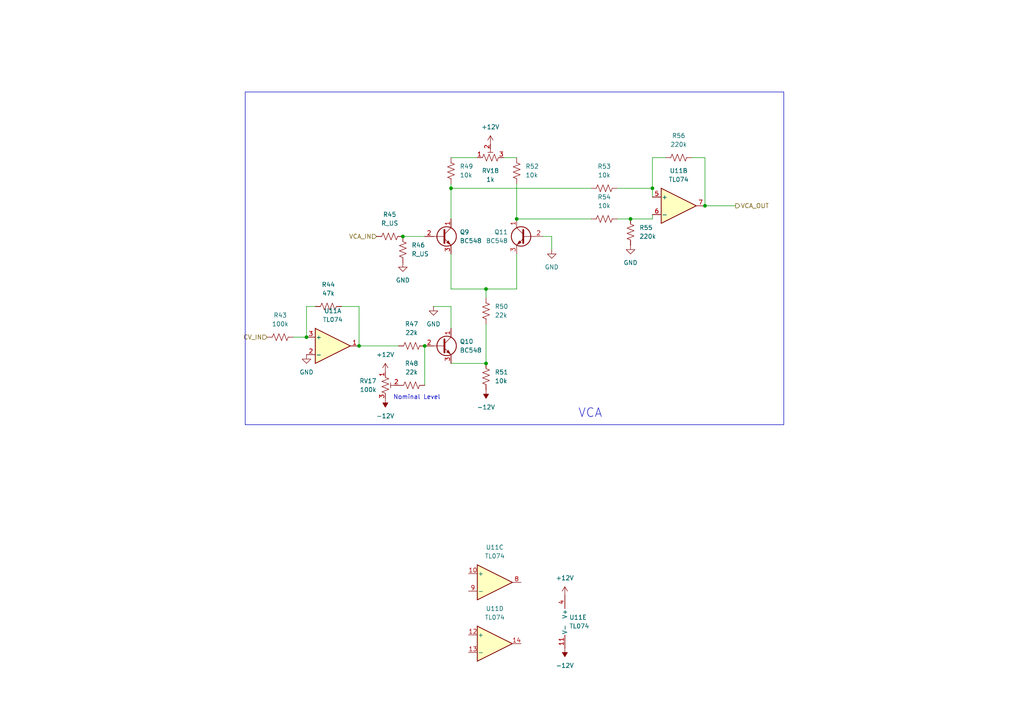
<source format=kicad_sch>
(kicad_sch (version 20250114) (generator "eeschema") (generator_version "9.0")
  (paper "A4")
  (lib_symbols
    (symbol "Amplifier_Operational:TL074" (pin_names (offset 0.127))
      (property "Reference" "U" (at 0 5.08 0))
      (property "Value" "TL074" (at 0 -5.08 0))
      (symbol "TL074_1_1"
        (polyline (pts (xy -5.08 5.08) (xy 5.08 0) (xy -5.08 -5.08) (xy -5.08 5.08)) (stroke (width 0.254)) (fill (type background)))
        (pin input line (at -7.62 2.54 0) (length 2.54) (name "+") (number "3"))
        (pin input line (at -7.62 -2.54 0) (length 2.54) (name "-") (number "2"))
        (pin output line (at 7.62 0 180) (length 2.54) (name "~") (number "1"))
      )
      (symbol "TL074_2_1"
        (polyline (pts (xy -5.08 5.08) (xy 5.08 0) (xy -5.08 -5.08) (xy -5.08 5.08)) (stroke (width 0.254)) (fill (type background)))
        (pin input line (at -7.62 2.54 0) (length 2.54) (name "+") (number "5"))
        (pin input line (at -7.62 -2.54 0) (length 2.54) (name "-") (number "6"))
        (pin output line (at 7.62 0 180) (length 2.54) (name "~") (number "7"))
      )
      (symbol "TL074_3_1"
        (polyline (pts (xy -5.08 5.08) (xy 5.08 0) (xy -5.08 -5.08) (xy -5.08 5.08)) (stroke (width 0.254)) (fill (type background)))
        (pin input line (at -7.62 2.54 0) (length 2.54) (name "+") (number "10"))
        (pin input line (at -7.62 -2.54 0) (length 2.54) (name "-") (number "9"))
        (pin output line (at 7.62 0 180) (length 2.54) (name "~") (number "8"))
      )
      (symbol "TL074_4_1"
        (polyline (pts (xy -5.08 5.08) (xy 5.08 0) (xy -5.08 -5.08) (xy -5.08 5.08)) (stroke (width 0.254)) (fill (type background)))
        (pin input line (at -7.62 2.54 0) (length 2.54) (name "+") (number "12"))
        (pin input line (at -7.62 -2.54 0) (length 2.54) (name "-") (number "13"))
        (pin output line (at 7.62 0 180) (length 2.54) (name "~") (number "14"))
      )
      (symbol "TL074_5_1"
        (pin power_in line (at -2.54 7.62 270) (length 3.81) (name "V+") (number "4"))
        (pin power_in line (at -2.54 -7.62 90) (length 3.81) (name "V-") (number "11"))
      )
    )
    (symbol "Device:R_Potentiometer_Trim_US" (pin_names (offset 1.016) (hide yes))
      (property "Reference" "RV" (at -4.445 0 90))
      (property "Value" "R_Potentiometer_Trim_US" (at -2.54 0 90))
      (symbol "R_Potentiometer_Trim_US_0_1"
        (polyline (pts (xy 0 2.286) (xy 0 2.54)))
        (polyline (pts (xy 0 2.286) (xy 1.016 1.905) (xy 0 1.524) (xy -1.016 1.143) (xy 0 0.762)))
        (polyline (pts (xy 0 0.762) (xy 1.016 0.381) (xy 0 0) (xy -1.016 -0.381) (xy 0 -0.762)))
        (polyline (pts (xy 0 -0.762) (xy 1.016 -1.143) (xy 0 -1.524) (xy -1.016 -1.905) (xy 0 -2.286)))
        (polyline (pts (xy 0 -2.286) (xy 0 -2.54)))
        (polyline (pts (xy 1.524 0.762) (xy 1.524 -0.762)))
        (polyline (pts (xy 2.54 0) (xy 1.524 0)))
      )
      (symbol "R_Potentiometer_Trim_US_1_1"
        (pin passive line (at 0 3.81 270) (length 1.27) (name "1") (number "1"))
        (pin passive line (at 0 -3.81 90) (length 1.27) (name "3") (number "3"))
        (pin passive line (at 3.81 0 180) (length 1.27) (name "2") (number "2"))
      )
    )
    (symbol "Device:R_US" (pin_numbers (hide yes)) (pin_names (offset 0))
      (property "Reference" "R" (at 2.54 0 90))
      (property "Value" "R_US" (at -2.54 0 90))
      (symbol "R_US_0_1"
        (polyline (pts (xy 0 2.286) (xy 0 2.54)))
        (polyline (pts (xy 0 2.286) (xy 1.016 1.905) (xy 0 1.524) (xy -1.016 1.143) (xy 0 0.762)))
        (polyline (pts (xy 0 0.762) (xy 1.016 0.381) (xy 0 0) (xy -1.016 -0.381) (xy 0 -0.762)))
        (polyline (pts (xy 0 -0.762) (xy 1.016 -1.143) (xy 0 -1.524) (xy -1.016 -1.905) (xy 0 -2.286)))
        (polyline (pts (xy 0 -2.286) (xy 0 -2.54)))
      )
      (symbol "R_US_1_1"
        (pin passive line (at 0 3.81 270) (length 1.27) (name "~") (number "1"))
        (pin passive line (at 0 -3.81 90) (length 1.27) (name "~") (number "2"))
      )
    )
    (symbol "Transistor_BJT:BC548" (pin_names (offset 0) (hide yes))
      (property "Reference" "Q" (at 5.08 1.905 0))
      (property "Value" "BC548" (at 5.08 0 0))
      (symbol "BC548_0_1"
        (polyline (pts (xy -2.54 0) (xy 0.635 0)))
        (polyline (pts (xy 0.635 1.905) (xy 0.635 -1.905)) (stroke (width 0.508)))
        (circle (center 1.27 0) (radius 2.8194) (stroke (width 0.254)))
      )
      (symbol "BC548_1_1"
        (polyline (pts (xy 0.635 0.635) (xy 2.54 2.54)))
        (polyline (pts (xy 0.635 -0.635) (xy 2.54 -2.54)))
        (polyline (pts (xy 1.27 -1.778) (xy 1.778 -1.27) (xy 2.286 -2.286) (xy 1.27 -1.778)) (fill (type outline)))
        (pin input line (at -5.08 0 0) (length 2.54) (name "B") (number "2"))
        (pin passive line (at 2.54 5.08 270) (length 2.54) (name "C") (number "1"))
        (pin passive line (at 2.54 -5.08 90) (length 2.54) (name "E") (number "3"))
      )
    )
    (symbol "power:+12V" (power) (pin_numbers (hide yes)) (pin_names (offset 0) (hide yes))
      (property "Value" "+12V" (at 0 3.556 0))
      (symbol "+12V_0_1"
        (polyline (pts (xy -0.762 1.27) (xy 0 2.54)))
        (polyline (pts (xy 0 2.54) (xy 0.762 1.27)))
        (polyline (pts (xy 0 0) (xy 0 2.54)))
      )
      (symbol "+12V_1_1"
        (pin power_in line (at 0 0 90) (length 0) (name "~") (number "1"))
      )
    )
    (symbol "power:-12V" (power) (pin_numbers (hide yes)) (pin_names (offset 0) (hide yes))
      (property "Value" "-12V" (at 0 3.556 0))
      (symbol "-12V_0_0"
        (pin power_in line (at 0 0 90) (length 0) (name "~") (number "1"))
      )
      (symbol "-12V_0_1"
        (polyline (pts (xy 0 0) (xy 0 1.27) (xy 0.762 1.27) (xy 0 2.54) (xy -0.762 1.27) (xy 0 1.27)) (fill (type outline)))
      )
    )
    (symbol "power:GND" (power) (pin_numbers (hide yes)) (pin_names (offset 0) (hide yes))
      (property "Value" "GND" (at 0 -3.81 0))
      (symbol "GND_0_1"
        (polyline (pts (xy 0 0) (xy 0 -1.27) (xy 1.27 -1.27) (xy 0 -2.54) (xy -1.27 -1.27) (xy 0 -1.27)))
      )
      (symbol "GND_1_1"
        (pin power_in line (at 0 0 270) (length 0) (name "~") (number "1"))
      )
    )
  )
  (rectangle (start 71.12 26.67) (end 227.33 123.19))
  (text "Nominal Level" (at 120.904 115.316 0) (effects (font (size 1.27 1.27))))
  (text "VCA" (at 171.196 119.888 0) (effects (font (size 2.54 2.54))))
  (junction (at 140.97 83.82))
  (junction (at 182.88 63.5))
  (junction (at 88.9 97.79))
  (junction (at 123.19 100.33))
  (junction (at 140.97 105.41))
  (junction (at 116.84 68.58))
  (junction (at 104.14 100.33))
  (junction (at 189.23 54.61))
  (junction (at 149.86 63.5))
  (junction (at 204.47 59.69))
  (junction (at 130.81 54.61))
  (wire (pts (xy 130.81 53.34) (xy 130.81 54.61)))
  (wire (pts (xy 130.81 54.61) (xy 171.45 54.61)))
  (wire (pts (xy 140.97 105.41) (xy 140.97 93.98)))
  (wire (pts (xy 171.45 63.5) (xy 149.86 63.5)))
  (wire (pts (xy 130.81 83.82) (xy 140.97 83.82)))
  (wire (pts (xy 149.86 73.66) (xy 149.86 83.82)))
  (wire (pts (xy 104.14 88.9) (xy 99.06 88.9)))
  (wire (pts (xy 125.73 88.9) (xy 130.81 88.9)))
  (wire (pts (xy 146.05 45.72) (xy 149.86 45.72)))
  (wire (pts (xy 104.14 100.33) (xy 115.57 100.33)))
  (wire (pts (xy 91.44 88.9) (xy 88.9 88.9)))
  (wire (pts (xy 182.88 63.5) (xy 189.23 63.5)))
  (wire (pts (xy 130.81 83.82) (xy 130.81 73.66)))
  (wire (pts (xy 160.02 68.58) (xy 157.48 68.58)))
  (wire (pts (xy 200.66 45.72) (xy 204.47 45.72)))
  (wire (pts (xy 85.09 97.79) (xy 88.9 97.79)))
  (wire (pts (xy 204.47 59.69) (xy 213.36 59.69)))
  (wire (pts (xy 88.9 88.9) (xy 88.9 97.79)))
  (wire (pts (xy 116.84 68.58) (xy 123.19 68.58)))
  (wire (pts (xy 193.04 45.72) (xy 189.23 45.72)))
  (wire (pts (xy 189.23 45.72) (xy 189.23 54.61)))
  (wire (pts (xy 204.47 45.72) (xy 204.47 59.69)))
  (wire (pts (xy 189.23 54.61) (xy 189.23 57.15)))
  (wire (pts (xy 149.86 53.34) (xy 149.86 63.5)))
  (wire (pts (xy 138.43 45.72) (xy 130.81 45.72)))
  (wire (pts (xy 179.07 63.5) (xy 182.88 63.5)))
  (wire (pts (xy 140.97 86.36) (xy 140.97 83.82)))
  (wire (pts (xy 179.07 54.61) (xy 189.23 54.61)))
  (wire (pts (xy 123.19 100.33) (xy 123.19 111.76)))
  (wire (pts (xy 130.81 105.41) (xy 140.97 105.41)))
  (wire (pts (xy 189.23 63.5) (xy 189.23 62.23)))
  (wire (pts (xy 160.02 72.39) (xy 160.02 68.58)))
  (wire (pts (xy 140.97 83.82) (xy 149.86 83.82)))
  (wire (pts (xy 104.14 100.33) (xy 104.14 88.9)))
  (wire (pts (xy 130.81 88.9) (xy 130.81 95.25)))
  (wire (pts (xy 130.81 54.61) (xy 130.81 63.5)))
  (hierarchical_label "VCA_OUT" (shape output) (at 213.36 59.69 0))
  (hierarchical_label "CV_IN" (shape input) (at 77.47 97.79 180))
  (hierarchical_label "VCA_IN" (shape input) (at 109.22 68.58 180))
  (symbol (lib_id "Device:R_US") (at 140.97 109.22 180) (unit 1)
    (property "Reference" "R51" (at 143.51 107.9499 0) (effects (justify right)))
    (property "Value" "10k" (at 143.51 110.4899 0) (effects (justify right)))
    (property "Footprint" "Resistor_THT:R_Axial_DIN0207_L6.3mm_D2.5mm_P10.16mm_Horizontal" (effects (hide yes)))
    (property "Description" "Resistor, US symbol" (effects (hide yes)))
  )
  (symbol (lib_id "Device:R_US") (at 182.88 67.31 0) (unit 1)
    (property "Reference" "R55" (at 185.42 66.0399 0) (effects (justify left)))
    (property "Value" "220k" (at 185.42 68.5799 0) (effects (justify left)))
    (property "Footprint" "Resistor_THT:R_Axial_DIN0207_L6.3mm_D2.5mm_P10.16mm_Horizontal" (effects (hide yes)))
    (property "Description" "Resistor, US symbol" (effects (hide yes)))
  )
  (symbol (lib_id "Device:R_US") (at 119.38 100.33 90) (unit 1)
    (property "Reference" "R47" (at 119.38 93.98 90))
    (property "Value" "22k" (at 119.38 96.52 90))
    (property "Footprint" "Resistor_THT:R_Axial_DIN0207_L6.3mm_D2.5mm_P10.16mm_Horizontal" (effects (hide yes)))
    (property "Description" "Resistor, US symbol" (effects (hide yes)))
  )
  (symbol (lib_id "Device:R_US") (at 140.97 90.17 180) (unit 1)
    (property "Reference" "R50" (at 143.51 88.8999 0) (effects (justify right)))
    (property "Value" "22k" (at 143.51 91.4399 0) (effects (justify right)))
    (property "Footprint" "Resistor_THT:R_Axial_DIN0207_L6.3mm_D2.5mm_P10.16mm_Horizontal" (effects (hide yes)))
    (property "Description" "Resistor, US symbol" (effects (hide yes)))
  )
  (symbol (lib_id "power:GND") (at 160.02 72.39 0) (unit 1)
    (property "Reference" "#PWR072" (effects (hide yes)))
    (property "Value" "GND" (at 160.02 77.47 0))
    (property "Description" "Power symbol creates a global label with name \"GND\" , ground" (effects (hide yes)))
  )
  (symbol (lib_id "Transistor_BJT:BC548") (at 128.27 68.58 0) (unit 1)
    (property "Reference" "Q9" (at 133.35 67.3099 0) (effects (justify left)))
    (property "Value" "BC548" (at 133.35 69.8499 0) (effects (justify left)))
    (property "Footprint" "Package_TO_SOT_THT:TO-92_Inline" (effects (hide yes)))
    (property "Datasheet" "https://www.onsemi.com/pub/Collateral/BC550-D.pdf" (effects (hide yes)))
    (property "Description" "0.1A Ic, 30V Vce, Small Signal NPN Transistor, TO-92" (effects (hide yes)))
  )
  (symbol (lib_id "Device:R_US") (at 175.26 63.5 270) (unit 1)
    (property "Reference" "R54" (at 175.26 57.15 90))
    (property "Value" "10k" (at 175.26 59.69 90))
    (property "Footprint" "Resistor_THT:R_Axial_DIN0207_L6.3mm_D2.5mm_P10.16mm_Horizontal" (effects (hide yes)))
    (property "Description" "Resistor, US symbol" (effects (hide yes)))
  )
  (symbol (lib_id "Transistor_BJT:BC548") (at 152.4 68.58 0) (mirror y) (unit 1)
    (property "Reference" "Q11" (at 147.32 67.3099 0) (effects (justify left)))
    (property "Value" "BC548" (at 147.32 69.8499 0) (effects (justify left)))
    (property "Footprint" "Package_TO_SOT_THT:TO-92_Inline" (effects (hide yes)))
    (property "Datasheet" "https://www.onsemi.com/pub/Collateral/BC550-D.pdf" (effects (hide yes)))
    (property "Description" "0.1A Ic, 30V Vce, Small Signal NPN Transistor, TO-92" (effects (hide yes)))
  )
  (symbol (lib_id "power:-12V") (at 163.83 187.96 180) (unit 1)
    (property "Reference" "#PWR075" (effects (hide yes)))
    (property "Value" "-12V" (at 163.83 193.04 0))
    (property "Description" "Power symbol creates a global label with name \"-12V\"" (effects (hide yes)))
  )
  (symbol (lib_id "power:GND") (at 88.9 102.87 0) (unit 1)
    (property "Reference" "#PWR065" (effects (hide yes)))
    (property "Value" "GND" (at 88.9 107.95 0))
    (property "Description" "Power symbol creates a global label with name \"GND\" , ground" (effects (hide yes)))
  )
  (symbol (lib_id "Device:R_US") (at 149.86 49.53 180) (unit 1)
    (property "Reference" "R52" (at 152.4 48.2599 0) (effects (justify right)))
    (property "Value" "10k" (at 152.4 50.7999 0) (effects (justify right)))
    (property "Footprint" "Resistor_THT:R_Axial_DIN0207_L6.3mm_D2.5mm_P10.16mm_Horizontal" (effects (hide yes)))
    (property "Description" "Resistor, US symbol" (effects (hide yes)))
  )
  (symbol (lib_id "Device:R_US") (at 196.85 45.72 90) (unit 1)
    (property "Reference" "R56" (at 196.85 39.37 90))
    (property "Value" "220k" (at 196.85 41.91 90))
    (property "Footprint" "Resistor_THT:R_Axial_DIN0207_L6.3mm_D2.5mm_P10.16mm_Horizontal" (effects (hide yes)))
    (property "Description" "Resistor, US symbol" (effects (hide yes)))
  )
  (symbol (lib_id "Amplifier_Operational:TL074") (at 96.52 100.33 0) (unit 1)
    (property "Reference" "U11" (at 96.52 90.17 0))
    (property "Value" "TL074" (at 96.52 92.71 0))
    (property "Datasheet" "http://www.ti.com/lit/ds/symlink/tl071.pdf" (effects (hide yes)))
    (property "Description" "Quad Low-Noise JFET-Input Operational Amplifiers, DIP-14/SOIC-14" (effects (hide yes)))
  )
  (symbol (lib_id "power:GND") (at 116.84 76.2 0) (unit 1)
    (property "Reference" "#PWR068" (effects (hide yes)))
    (property "Value" "GND" (at 116.84 81.28 0))
    (property "Description" "Power symbol creates a global label with name \"GND\" , ground" (effects (hide yes)))
  )
  (symbol (lib_id "Amplifier_Operational:TL074") (at 143.51 186.69 0) (unit 4)
    (property "Reference" "U11" (at 143.51 176.53 0))
    (property "Value" "TL074" (at 143.51 179.07 0))
    (property "Datasheet" "http://www.ti.com/lit/ds/symlink/tl071.pdf" (effects (hide yes)))
    (property "Description" "Quad Low-Noise JFET-Input Operational Amplifiers, DIP-14/SOIC-14" (effects (hide yes)))
  )
  (symbol (lib_id "power:+12V") (at 111.76 107.95 0) (unit 1)
    (property "Reference" "#PWR066" (effects (hide yes)))
    (property "Value" "+12V" (at 111.76 102.87 0))
    (property "Description" "Power symbol creates a global label with name \"+12V\"" (effects (hide yes)))
  )
  (symbol (lib_id "power:+12V") (at 142.24 41.91 0) (unit 1)
    (property "Reference" "#PWR071" (effects (hide yes)))
    (property "Value" "+12V" (at 142.24 36.83 0))
    (property "Description" "Power symbol creates a global label with name \"+12V\"" (effects (hide yes)))
  )
  (symbol (lib_id "Device:R_Potentiometer_Trim_US") (at 142.24 45.72 90) (unit 1)
    (property "Reference" "RV18" (at 142.24 49.53 90))
    (property "Value" "1k" (at 142.24 52.07 90))
    (property "Footprint" "Potentiometer_THT:Potentiometer_Bourns_3266Y_Vertical" (effects (hide yes)))
    (property "Description" "Trim-potentiometer, US symbol" (effects (hide yes)))
  )
  (symbol (lib_id "Device:R_US") (at 130.81 49.53 180) (unit 1)
    (property "Reference" "R49" (at 133.35 48.2599 0) (effects (justify right)))
    (property "Value" "10k" (at 133.35 50.7999 0) (effects (justify right)))
    (property "Footprint" "Resistor_THT:R_Axial_DIN0207_L6.3mm_D2.5mm_P10.16mm_Horizontal" (effects (hide yes)))
    (property "Description" "Resistor, US symbol" (effects (hide yes)))
  )
  (symbol (lib_id "power:GND") (at 125.73 88.9 0) (unit 1)
    (property "Reference" "#PWR069" (effects (hide yes)))
    (property "Value" "GND" (at 125.73 93.98 0))
    (property "Description" "Power symbol creates a global label with name \"GND\" , ground" (effects (hide yes)))
  )
  (symbol (lib_id "Amplifier_Operational:TL074") (at 143.51 168.91 0) (unit 3)
    (property "Reference" "U11" (at 143.51 158.75 0))
    (property "Value" "TL074" (at 143.51 161.29 0))
    (property "Datasheet" "http://www.ti.com/lit/ds/symlink/tl071.pdf" (effects (hide yes)))
    (property "Description" "Quad Low-Noise JFET-Input Operational Amplifiers, DIP-14/SOIC-14" (effects (hide yes)))
  )
  (symbol (lib_id "Transistor_BJT:BC548") (at 128.27 100.33 0) (unit 1)
    (property "Reference" "Q10" (at 133.35 99.0599 0) (effects (justify left)))
    (property "Value" "BC548" (at 133.35 101.5999 0) (effects (justify left)))
    (property "Footprint" "Package_TO_SOT_THT:TO-92_Inline" (effects (hide yes)))
    (property "Datasheet" "https://www.onsemi.com/pub/Collateral/BC550-D.pdf" (effects (hide yes)))
    (property "Description" "0.1A Ic, 30V Vce, Small Signal NPN Transistor, TO-92" (effects (hide yes)))
  )
  (symbol (lib_id "power:+12V") (at 163.83 172.72 0) (unit 1)
    (property "Reference" "#PWR074" (effects (hide yes)))
    (property "Value" "+12V" (at 163.83 167.64 0))
    (property "Description" "Power symbol creates a global label with name \"+12V\"" (effects (hide yes)))
  )
  (symbol (lib_id "Device:R_Potentiometer_Trim_US") (at 111.76 111.76 0) (unit 1)
    (property "Reference" "RV17" (at 109.22 110.4899 0) (effects (justify right)))
    (property "Value" "100k" (at 109.22 113.0299 0) (effects (justify right)))
    (property "Footprint" "Potentiometer_THT:Potentiometer_Bourns_3266Y_Vertical" (effects (hide yes)))
    (property "Description" "Trim-potentiometer, US symbol" (effects (hide yes)))
  )
  (symbol (lib_id "Amplifier_Operational:TL074") (at 166.37 180.34 0) (unit 5)
    (property "Reference" "U11" (at 165.1 179.0699 0) (effects (justify left)))
    (property "Value" "TL074" (at 165.1 181.6099 0) (effects (justify left)))
    (property "Datasheet" "http://www.ti.com/lit/ds/symlink/tl071.pdf" (effects (hide yes)))
    (property "Description" "Quad Low-Noise JFET-Input Operational Amplifiers, DIP-14/SOIC-14" (effects (hide yes)))
  )
  (symbol (lib_id "Device:R_US") (at 175.26 54.61 270) (unit 1)
    (property "Reference" "R53" (at 175.26 48.26 90))
    (property "Value" "10k" (at 175.26 50.8 90))
    (property "Footprint" "Resistor_THT:R_Axial_DIN0207_L6.3mm_D2.5mm_P10.16mm_Horizontal" (effects (hide yes)))
    (property "Description" "Resistor, US symbol" (effects (hide yes)))
  )
  (symbol (lib_id "power:GND") (at 182.88 71.12 0) (unit 1)
    (property "Reference" "#PWR073" (effects (hide yes)))
    (property "Value" "GND" (at 182.88 76.2 0))
    (property "Description" "Power symbol creates a global label with name \"GND\" , ground" (effects (hide yes)))
  )
  (symbol (lib_id "Device:R_US") (at 95.25 88.9 90) (unit 1)
    (property "Reference" "R44" (at 95.25 82.55 90))
    (property "Value" "47k" (at 95.25 85.09 90))
    (property "Footprint" "Resistor_THT:R_Axial_DIN0207_L6.3mm_D2.5mm_P10.16mm_Horizontal" (effects (hide yes)))
    (property "Description" "Resistor, US symbol" (effects (hide yes)))
  )
  (symbol (lib_id "power:-12V") (at 111.76 115.57 180) (unit 1)
    (property "Reference" "#PWR067" (effects (hide yes)))
    (property "Value" "-12V" (at 111.76 120.65 0))
    (property "Description" "Power symbol creates a global label with name \"-12V\"" (effects (hide yes)))
  )
  (symbol (lib_id "Device:R_US") (at 113.03 68.58 90) (unit 1)
    (property "Reference" "R45" (at 113.03 62.23 90))
    (property "Value" "R_US" (at 113.03 64.77 90))
    (property "Footprint" "Resistor_THT:R_Axial_DIN0207_L6.3mm_D2.5mm_P10.16mm_Horizontal" (effects (hide yes)))
    (property "Description" "Resistor, US symbol" (effects (hide yes)))
  )
  (symbol (lib_id "Device:R_US") (at 81.28 97.79 90) (unit 1)
    (property "Reference" "R43" (at 81.28 91.44 90))
    (property "Value" "100k" (at 81.28 93.98 90))
    (property "Footprint" "Resistor_THT:R_Axial_DIN0207_L6.3mm_D2.5mm_P10.16mm_Horizontal" (effects (hide yes)))
    (property "Description" "Resistor, US symbol" (effects (hide yes)))
  )
  (symbol (lib_id "power:-12V") (at 140.97 113.03 180) (unit 1)
    (property "Reference" "#PWR070" (effects (hide yes)))
    (property "Value" "-12V" (at 140.97 118.11 0))
    (property "Description" "Power symbol creates a global label with name \"-12V\"" (effects (hide yes)))
  )
  (symbol (lib_id "Device:R_US") (at 119.38 111.76 90) (unit 1)
    (property "Reference" "R48" (at 119.38 105.41 90))
    (property "Value" "22k" (at 119.38 107.95 90))
    (property "Footprint" "Resistor_THT:R_Axial_DIN0207_L6.3mm_D2.5mm_P10.16mm_Horizontal" (effects (hide yes)))
    (property "Description" "Resistor, US symbol" (effects (hide yes)))
  )
  (symbol (lib_id "Device:R_US") (at 116.84 72.39 180) (unit 1)
    (property "Reference" "R46" (at 119.38 71.1199 0) (effects (justify right)))
    (property "Value" "R_US" (at 119.38 73.6599 0) (effects (justify right)))
    (property "Footprint" "Resistor_THT:R_Axial_DIN0207_L6.3mm_D2.5mm_P10.16mm_Horizontal" (effects (hide yes)))
    (property "Description" "Resistor, US symbol" (effects (hide yes)))
  )
  (symbol (lib_id "Amplifier_Operational:TL074") (at 196.85 59.69 0) (unit 2)
    (property "Reference" "U11" (at 196.85 49.53 0))
    (property "Value" "TL074" (at 196.85 52.07 0))
    (property "Datasheet" "http://www.ti.com/lit/ds/symlink/tl071.pdf" (effects (hide yes)))
    (property "Description" "Quad Low-Noise JFET-Input Operational Amplifiers, DIP-14/SOIC-14" (effects (hide yes)))
  )
)
</source>
